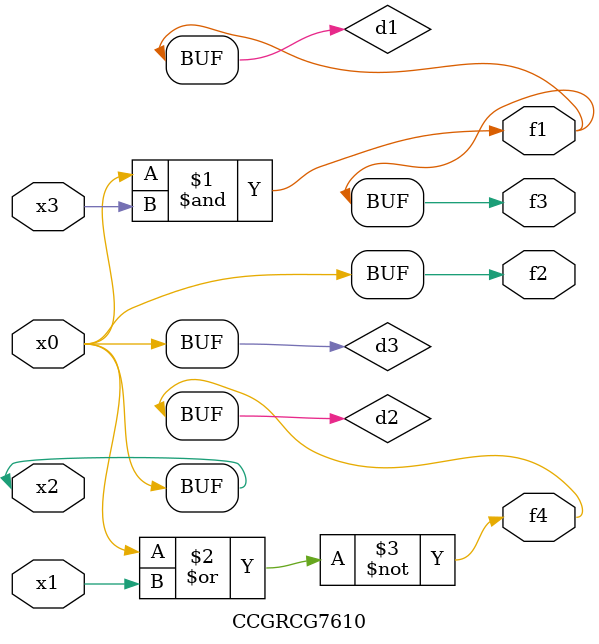
<source format=v>
module CCGRCG7610(
	input x0, x1, x2, x3,
	output f1, f2, f3, f4
);

	wire d1, d2, d3;

	and (d1, x2, x3);
	nor (d2, x0, x1);
	buf (d3, x0, x2);
	assign f1 = d1;
	assign f2 = d3;
	assign f3 = d1;
	assign f4 = d2;
endmodule

</source>
